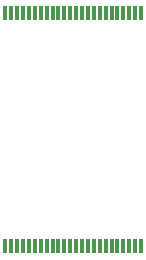
<source format=gtp>
G04 #@! TF.GenerationSoftware,KiCad,Pcbnew,9.0.7*
G04 #@! TF.CreationDate,2026-02-14T15:35:40+11:00*
G04 #@! TF.ProjectId,16BitFlashROM_Adaptor,31364269-7446-46c6-9173-68524f4d5f41,rev?*
G04 #@! TF.SameCoordinates,Original*
G04 #@! TF.FileFunction,Paste,Top*
G04 #@! TF.FilePolarity,Positive*
%FSLAX46Y46*%
G04 Gerber Fmt 4.6, Leading zero omitted, Abs format (unit mm)*
G04 Created by KiCad (PCBNEW 9.0.7) date 2026-02-14 15:35:40*
%MOMM*%
%LPD*%
G01*
G04 APERTURE LIST*
%ADD10R,0.300000X1.300000*%
G04 APERTURE END LIST*
D10*
X153070000Y-103185000D03*
X152570000Y-103185000D03*
X152070000Y-103185000D03*
X151570000Y-103185000D03*
X151070000Y-103185000D03*
X150570000Y-103185000D03*
X150070000Y-103185000D03*
X149570000Y-103185000D03*
X149070000Y-103185000D03*
X148570000Y-103185000D03*
X148070000Y-103185000D03*
X147570000Y-103185000D03*
X147070000Y-103185000D03*
X146570000Y-103185000D03*
X146070000Y-103185000D03*
X145570000Y-103185000D03*
X145070000Y-103185000D03*
X144570000Y-103185000D03*
X144070000Y-103185000D03*
X143570000Y-103185000D03*
X143070000Y-103185000D03*
X142570000Y-103185000D03*
X142070000Y-103185000D03*
X141570000Y-103185000D03*
X141570000Y-122885000D03*
X142070000Y-122885000D03*
X142570000Y-122885000D03*
X143070000Y-122885000D03*
X143570000Y-122885000D03*
X144070000Y-122885000D03*
X144570000Y-122885000D03*
X145070000Y-122885000D03*
X145570000Y-122885000D03*
X146070000Y-122885000D03*
X146570000Y-122885000D03*
X147070000Y-122885000D03*
X147570000Y-122885000D03*
X148070000Y-122885000D03*
X148570000Y-122885000D03*
X149070000Y-122885000D03*
X149570000Y-122885000D03*
X150070000Y-122885000D03*
X150570000Y-122885000D03*
X151070000Y-122885000D03*
X151570000Y-122885000D03*
X152070000Y-122885000D03*
X152570000Y-122885000D03*
X153070000Y-122885000D03*
M02*

</source>
